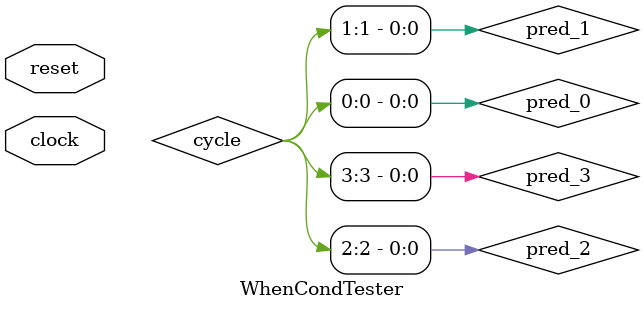
<source format=v>
module WhenCondTester(
  input   clock,
  input   reset
);
`ifdef RANDOMIZE_REG_INIT
  reg [31:0] _RAND_0;
`endif // RANDOMIZE_REG_INIT
  reg [3:0] cycle; // @[Counter.scala 62:40]
  wire  wrap_wrap = cycle == 4'hf; // @[Counter.scala 74:24]
  wire [3:0] _wrap_value_T_1 = cycle + 4'h1; // @[Counter.scala 78:24]
  wire  pred_0 = cycle[0]; // @[When.scala 98:17]
  wire  pred_1 = cycle[1]; // @[When.scala 98:17]
  wire  pred_2 = cycle[2]; // @[When.scala 98:17]
  wire  pred_3 = cycle[3]; // @[When.scala 98:17]
  wire  w2 = pred_0 & pred_1;
  wire  w3 = pred_0 & (~pred_1 & pred_2);
  wire  w4 = pred_0 & (~pred_1 & ~pred_2 & pred_3);
  wire  w5 = pred_0 & (~pred_1 & ~pred_2 & ~pred_3);
  wire  w6 = ~pred_0;
  wire  _T_6 = ~reset; // @[When.scala 119:9]
  wire  _T_14 = pred_0 & ~pred_1; // @[When.scala 121:20]
  wire  _T_23 = _T_14 & ~pred_2; // @[When.scala 122:26]
  always @(posedge clock) begin
    if (reset) begin // @[Counter.scala 62:40]
      cycle <= 4'h0; // @[Counter.scala 62:40]
    end else begin
      cycle <= _wrap_value_T_1;
    end
    `ifndef SYNTHESIS
    `ifdef STOP_COND
      if (`STOP_COND) begin
    `endif
        if (_T_6 & ~(w2 == w2)) begin
          $fatal; // @[When.scala 120:9]
        end
    `ifdef STOP_COND
      end
    `endif
    `endif // SYNTHESIS
    `ifndef SYNTHESIS
    `ifdef PRINTF_COND
      if (`PRINTF_COND) begin
    `endif
        if (_T_6 & ~(w2 == w2)) begin
          $fwrite(32'h80000002,"Assertion failed\n    at When.scala:120 assert(w2 === (a && b))\n"); // @[When.scala 120:9]
        end
    `ifdef PRINTF_COND
      end
    `endif
    `endif // SYNTHESIS
    `ifndef SYNTHESIS
    `ifdef STOP_COND
      if (`STOP_COND) begin
    `endif
        if (_T_6 & ~(w3 == (pred_0 & ~pred_1 & pred_2))) begin
          $fatal; // @[When.scala 121:9]
        end
    `ifdef STOP_COND
      end
    `endif
    `endif // SYNTHESIS
    `ifndef SYNTHESIS
    `ifdef PRINTF_COND
      if (`PRINTF_COND) begin
    `endif
        if (_T_6 & ~(w3 == (pred_0 & ~pred_1 & pred_2))) begin
          $fwrite(32'h80000002,"Assertion failed\n    at When.scala:121 assert(w3 === (a && !b && c))\n"); // @[When.scala 121:9]
        end
    `ifdef PRINTF_COND
      end
    `endif
    `endif // SYNTHESIS
    `ifndef SYNTHESIS
    `ifdef STOP_COND
      if (`STOP_COND) begin
    `endif
        if (_T_6 & ~(w4 == (_T_14 & ~pred_2 & pred_3))) begin
          $fatal; // @[When.scala 122:9]
        end
    `ifdef STOP_COND
      end
    `endif
    `endif // SYNTHESIS
    `ifndef SYNTHESIS
    `ifdef PRINTF_COND
      if (`PRINTF_COND) begin
    `endif
        if (_T_6 & ~(w4 == (_T_14 & ~pred_2 & pred_3))) begin
          $fwrite(32'h80000002,"Assertion failed\n    at When.scala:122 assert(w4 === (a && !b && !c && d))\n"); // @[When.scala 122:9]
        end
    `ifdef PRINTF_COND
      end
    `endif
    `endif // SYNTHESIS
    `ifndef SYNTHESIS
    `ifdef STOP_COND
      if (`STOP_COND) begin
    `endif
        if (_T_6 & ~(w5 == (_T_23 & ~pred_3))) begin
          $fatal; // @[When.scala 123:9]
        end
    `ifdef STOP_COND
      end
    `endif
    `endif // SYNTHESIS
    `ifndef SYNTHESIS
    `ifdef PRINTF_COND
      if (`PRINTF_COND) begin
    `endif
        if (_T_6 & ~(w5 == (_T_23 & ~pred_3))) begin
          $fwrite(32'h80000002,"Assertion failed\n    at When.scala:123 assert(w5 === (a && !b && !c && !d))\n"); // @[When.scala 123:9]
        end
    `ifdef PRINTF_COND
      end
    `endif
    `endif // SYNTHESIS
    `ifndef SYNTHESIS
    `ifdef STOP_COND
      if (`STOP_COND) begin
    `endif
        if (_T_6 & ~(w6 == w6)) begin
          $fatal; // @[When.scala 124:9]
        end
    `ifdef STOP_COND
      end
    `endif
    `endif // SYNTHESIS
    `ifndef SYNTHESIS
    `ifdef PRINTF_COND
      if (`PRINTF_COND) begin
    `endif
        if (_T_6 & ~(w6 == w6)) begin
          $fwrite(32'h80000002,"Assertion failed\n    at When.scala:124 assert(w6 === !a)\n"); // @[When.scala 124:9]
        end
    `ifdef PRINTF_COND
      end
    `endif
    `endif // SYNTHESIS
    `ifndef SYNTHESIS
    `ifdef STOP_COND
      if (`STOP_COND) begin
    `endif
        if (wrap_wrap & _T_6) begin
          $finish; // @[When.scala 127:20]
        end
    `ifdef STOP_COND
      end
    `endif
    `endif // SYNTHESIS
  end
// Register and memory initialization
`ifdef RANDOMIZE_GARBAGE_ASSIGN
`define RANDOMIZE
`endif
`ifdef RANDOMIZE_INVALID_ASSIGN
`define RANDOMIZE
`endif
`ifdef RANDOMIZE_REG_INIT
`define RANDOMIZE
`endif
`ifdef RANDOMIZE_MEM_INIT
`define RANDOMIZE
`endif
`ifndef RANDOM
`define RANDOM $random
`endif
`ifdef RANDOMIZE_MEM_INIT
  integer initvar;
`endif
`ifndef SYNTHESIS
`ifdef FIRRTL_BEFORE_INITIAL
`FIRRTL_BEFORE_INITIAL
`endif
initial begin
  `ifdef RANDOMIZE
    `ifdef INIT_RANDOM
      `INIT_RANDOM
    `endif
    `ifndef VERILATOR
      `ifdef RANDOMIZE_DELAY
        #`RANDOMIZE_DELAY begin end
      `else
        #0.002 begin end
      `endif
    `endif
`ifdef RANDOMIZE_REG_INIT
  _RAND_0 = {1{`RANDOM}};
  cycle = _RAND_0[3:0];
`endif // RANDOMIZE_REG_INIT
  `endif // RANDOMIZE
end // initial
`ifdef FIRRTL_AFTER_INITIAL
`FIRRTL_AFTER_INITIAL
`endif
`endif // SYNTHESIS
endmodule

</source>
